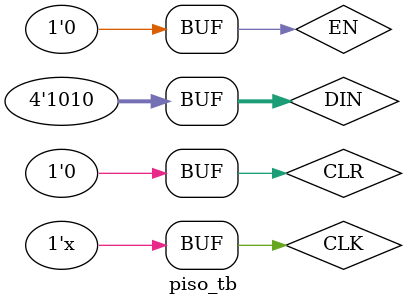
<source format=v>
module piso (
    input clk,clr,en,   //en=1 load en=0 shift
    input [3:0]din,
  output reg [3:0]q,
  output reg out
);

always @(posedge clk ) begin
    if(clr) 
      q<=4'b0000;
    else begin
        if(en==1)
          q<=din;
        else if(en==0)
           q<=q>>1;    
           out<=q[0]; 
        
end
    
end
endmodule

module piso_tb;
wire [3:0]Q;
  wire OUT;
reg CLK,CLR,EN;
reg [3:0]DIN;

  piso dut(.din(DIN), .clk(CLK), .clr(CLR), .q(Q), .en(EN), .out(OUT) );

initial begin
  $monitor("%t)\t Q=%B\tD=%b\tOUT=%B",$time,Q,DIN,OUT);
   CLK=0; CLR=1;
   #5 CLR=0;
   #10 EN=1; DIN=4'B1010;
   repeat(4) #10 EN=0;

end

always #5 CLK=~CLK;

endmodule

</source>
